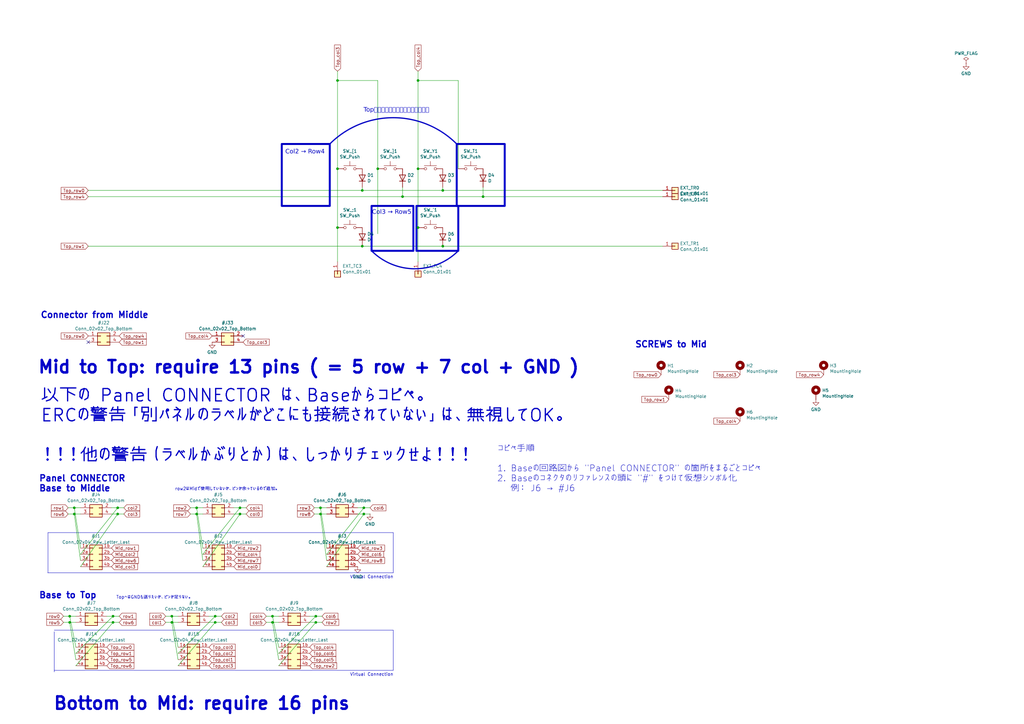
<source format=kicad_sch>
(kicad_sch (version 20231120) (generator "eeschema") (generator_version "8.0")
  (paper "A3")
  (title_block (title "Sandy") (date "2023-01-04") (rev "v.0") (company "@jpskenn"))
  (lib_symbols
    (symbol "Connector_Generic:Conn_01x01" (pin_names (offset 1.016) hide)
      (property "Reference" "J" (at 0 2.54 0))
      (property "Value" "Conn_01x01" (at 0 -2.54 0))
      (symbol "Conn_01x01_1_1"
        (rectangle (start -1.27 0.127) (end 0 -0.127) (stroke (width 0.1524)))
        (rectangle (start -1.27 1.27) (end 1.27 -1.27) (stroke (width 0.254)) (fill (type background)))
        (pin passive line (at -5.08 0 0) (length 3.81) (name "Pin_1") (number "1"))
      )
    )
    (symbol "Connector_Generic:Conn_02x02_Odd_Even" (pin_names (offset 1.016) hide)
      (property "Reference" "J" (at 1.27 2.54 0))
      (property "Value" "Conn_02x02_Odd_Even" (at 1.27 -5.08 0))
      (symbol "Conn_02x02_Odd_Even_1_1"
        (rectangle (start -1.27 -2.413) (end 0 -2.667) (stroke (width 0.1524)))
        (rectangle (start -1.27 0.127) (end 0 -0.127) (stroke (width 0.1524)))
        (rectangle (start -1.27 1.27) (end 3.81 -3.81) (stroke (width 0.254)) (fill (type background)))
        (rectangle (start 3.81 -2.413) (end 2.54 -2.667) (stroke (width 0.1524)))
        (rectangle (start 3.81 0.127) (end 2.54 -0.127) (stroke (width 0.1524)))
        (pin passive line (at -5.08 0 0) (length 3.81) (name "Pin_1") (number "1"))
        (pin passive line (at 7.62 0 180) (length 3.81) (name "Pin_2") (number "2"))
        (pin passive line (at -5.08 -2.54 0) (length 3.81) (name "Pin_3") (number "3"))
        (pin passive line (at 7.62 -2.54 180) (length 3.81) (name "Pin_4") (number "4"))
      )
    )
    (symbol "Connector_Generic:Conn_02x04_Row_Letter_Last" (pin_names (offset 1.016) hide)
      (property "Reference" "J" (at 1.27 5.08 0))
      (property "Value" "Conn_02x04_Row_Letter_Last" (at 1.27 -7.62 0))
      (symbol "Conn_02x04_Row_Letter_Last_1_1"
        (rectangle (start -1.27 -4.953) (end 0 -5.207) (stroke (width 0.1524)))
        (rectangle (start -1.27 -2.413) (end 0 -2.667) (stroke (width 0.1524)))
        (rectangle (start -1.27 0.127) (end 0 -0.127) (stroke (width 0.1524)))
        (rectangle (start -1.27 2.667) (end 0 2.413) (stroke (width 0.1524)))
        (rectangle (start -1.27 3.81) (end 3.81 -6.35) (stroke (width 0.254)) (fill (type background)))
        (rectangle (start 3.81 -4.953) (end 2.54 -5.207) (stroke (width 0.1524)))
        (rectangle (start 3.81 -2.413) (end 2.54 -2.667) (stroke (width 0.1524)))
        (rectangle (start 3.81 0.127) (end 2.54 -0.127) (stroke (width 0.1524)))
        (rectangle (start 3.81 2.667) (end 2.54 2.413) (stroke (width 0.1524)))
        (pin passive line (at -5.08 2.54 0) (length 3.81) (name "Pin_1a") (number "1a"))
        (pin passive line (at 7.62 2.54 180) (length 3.81) (name "Pin_1b") (number "1b"))
        (pin passive line (at -5.08 0 0) (length 3.81) (name "Pin_2a") (number "2a"))
        (pin passive line (at 7.62 0 180) (length 3.81) (name "Pin_2b") (number "2b"))
        (pin passive line (at -5.08 -2.54 0) (length 3.81) (name "Pin_3a") (number "3a"))
        (pin passive line (at 7.62 -2.54 180) (length 3.81) (name "Pin_3b") (number "3b"))
        (pin passive line (at -5.08 -5.08 0) (length 3.81) (name "Pin_4a") (number "4a"))
        (pin passive line (at 7.62 -5.08 180) (length 3.81) (name "Pin_4b") (number "4b"))
      )
    )
    (symbol "Device:D" (pin_numbers hide) (pin_names (offset 1.016) hide)
      (property "Reference" "D" (at 0 2.54 0))
      (property "Value" "D" (at 0 -2.54 0))
      (symbol "D_0_1"
        (polyline (pts (xy -1.27 1.27) (xy -1.27 -1.27)) (stroke (width 0.254)))
        (polyline (pts (xy 1.27 0) (xy -1.27 0)))
        (polyline (pts (xy 1.27 1.27) (xy 1.27 -1.27) (xy -1.27 0) (xy 1.27 1.27)) (stroke (width 0.254)))
      )
      (symbol "D_1_1"
        (pin passive line (at -3.81 0 0) (length 2.54) (name "K") (number "1"))
        (pin passive line (at 3.81 0 180) (length 2.54) (name "A") (number "2"))
      )
    )
    (symbol "GND_1" (power) (pin_numbers hide) (pin_names (offset 0) hide)
      (property "Value" "GND" (at 0 -3.81 0))
      (symbol "GND_1_0_1"
        (polyline (pts (xy 0 0) (xy 0 -1.27) (xy 1.27 -1.27) (xy 0 -2.54) (xy -1.27 -1.27) (xy 0 -1.27)))
      )
      (symbol "GND_1_1_1"
        (pin power_in line (at 0 0 270) (length 0) (name "~") (number "1"))
      )
    )
    (symbol "Mechanical:MountingHole_Pad" (pin_numbers hide) (pin_names (offset 1.016) hide)
      (property "Reference" "H" (at 0 6.35 0))
      (property "Value" "MountingHole_Pad" (at 0 4.445 0))
      (symbol "MountingHole_Pad_0_1"
        (circle (center 0 1.27) (radius 1.27) (stroke (width 1.27)))
      )
      (symbol "MountingHole_Pad_1_1"
        (pin input line (at 0 -2.54 90) (length 2.54) (name "1") (number "1"))
      )
    )
    (symbol "Switch:SW_Push" (pin_numbers hide) (pin_names (offset 1.016) hide)
      (property "Reference" "SW" (at 1.27 2.54 0))
      (property "Value" "SW_Push" (at 0 -1.524 0))
      (symbol "SW_Push_0_1"
        (circle (center -2.032 0) (radius 0.508))
        (polyline (pts (xy 0 1.27) (xy 0 3.048)))
        (polyline (pts (xy 2.54 1.27) (xy -2.54 1.27)))
        (circle (center 2.032 0) (radius 0.508))
        (pin passive line (at -5.08 0 0) (length 2.54) (name "1") (number "1"))
        (pin passive line (at 5.08 0 180) (length 2.54) (name "2") (number "2"))
      )
    )
    (symbol "power:GND" (power) (pin_numbers hide) (pin_names (offset 0) hide)
      (property "Value" "GND" (at 0 -3.81 0))
      (symbol "GND_0_1"
        (polyline (pts (xy 0 0) (xy 0 -1.27) (xy 1.27 -1.27) (xy 0 -2.54) (xy -1.27 -1.27) (xy 0 -1.27)))
      )
      (symbol "GND_1_1"
        (pin power_in line (at 0 0 270) (length 0) (name "~") (number "1"))
      )
    )
    (symbol "power:PWR_FLAG" (power) (pin_numbers hide) (pin_names (offset 0) hide)
      (property "Value" "PWR_FLAG" (at 0 3.81 0))
      (symbol "PWR_FLAG_0_0"
        (pin power_out line (at 0 0 90) (length 0) (name "~") (number "1"))
      )
      (symbol "PWR_FLAG_0_1"
        (polyline (pts (xy 0 0) (xy 0 1.27) (xy -1.016 1.905) (xy 0 2.54) (xy 1.016 1.905) (xy 0 1.27)))
      )
    )
  )
  (bus_alias "def-a" (members "row0" "row5" "col0" "col1"))
  (junction (at 148.59 78.105))
  (junction (at 80.645 210.82))
  (junction (at 165.1 80.645))
  (junction (at 129.54 252.73))
  (junction (at 88.265 255.27))
  (junction (at 46.355 255.27))
  (junction (at 70.485 255.27))
  (junction (at 98.425 208.28))
  (junction (at 46.355 252.73))
  (junction (at 181.61 100.965))
  (junction (at 154.94 69.215))
  (junction (at 28.575 252.73))
  (junction (at 131.445 208.28))
  (junction (at 171.45 69.215))
  (junction (at 138.43 33.02))
  (junction (at 111.76 255.27))
  (junction (at 149.225 210.82))
  (junction (at 28.575 255.27))
  (junction (at 181.61 78.105))
  (junction (at 148.59 100.965))
  (junction (at 88.265 252.73))
  (junction (at 138.43 93.345))
  (junction (at 129.54 255.27))
  (junction (at 30.48 210.82))
  (junction (at 48.26 210.82))
  (junction (at 80.645 208.28))
  (junction (at 171.45 93.345))
  (junction (at 149.225 208.28))
  (junction (at 98.425 210.82))
  (junction (at 70.485 252.73))
  (junction (at 198.12 80.645))
  (junction (at 111.76 252.73))
  (junction (at 131.445 210.82))
  (junction (at 171.45 33.02))
  (junction (at 30.48 208.28))
  (junction (at 48.26 208.28))
  (junction (at 138.43 69.215))
  (no_connect (at 36.195 140.335))
  (no_connect (at 99.695 137.795))
  (wire (pts (xy 36.195 80.645) (xy 165.1 80.645)))
  (wire (pts (xy 28.575 252.73) (xy 31.115 252.73)))
  (wire (pts (xy 26.035 255.27) (xy 28.575 255.27)))
  (wire (pts (xy 109.22 252.73) (xy 111.76 252.73)))
  (polyline (pts (xy 161.29 258.445) (xy 161.29 274.955)))
  (wire (pts (xy 181.61 100.965) (xy 271.78 100.965)))
  (wire (pts (xy 146.685 208.28) (xy 149.225 208.28)))
  (wire (pts (xy 114.3 265.43) (xy 111.76 252.73)))
  (wire (pts (xy 133.985 224.79) (xy 131.445 208.28)))
  (wire (pts (xy 83.185 232.41) (xy 98.425 210.82)))
  (polyline (pts (xy 19.685 218.44) (xy 161.29 218.44)))
  (wire (pts (xy 30.48 208.28) (xy 33.02 208.28)))
  (wire (pts (xy 148.59 78.105) (xy 181.61 78.105)))
  (wire (pts (xy 114.3 273.05) (xy 129.54 255.27)))
  (wire (pts (xy 46.355 252.73) (xy 48.895 252.73)))
  (wire (pts (xy 133.985 227.33) (xy 149.225 208.28)))
  (wire (pts (xy 171.45 29.21) (xy 171.45 33.02)))
  (wire (pts (xy 148.59 76.835) (xy 148.59 78.105)))
  (wire (pts (xy 127 252.73) (xy 129.54 252.73)))
  (wire (pts (xy 48.895 255.27) (xy 46.355 255.27)))
  (wire (pts (xy 95.885 208.28) (xy 98.425 208.28)))
  (wire (pts (xy 36.195 78.105) (xy 148.59 78.105)))
  (wire (pts (xy 138.43 33.02) (xy 138.43 69.215)))
  (wire (pts (xy 31.115 270.51) (xy 28.575 255.27)))
  (wire (pts (xy 154.94 69.215) (xy 154.94 95.885)))
  (wire (pts (xy 154.94 33.02) (xy 154.94 69.215)))
  (wire (pts (xy 73.025 273.05) (xy 88.265 255.27)))
  (wire (pts (xy 133.985 232.41) (xy 149.225 210.82)))
  (wire (pts (xy 181.61 76.835) (xy 181.61 78.105)))
  (wire (pts (xy 90.805 255.27) (xy 88.265 255.27)))
  (wire (pts (xy 165.1 80.645) (xy 198.12 80.645)))
  (wire (pts (xy 78.105 208.28) (xy 80.645 208.28)))
  (wire (pts (xy 27.94 208.28) (xy 30.48 208.28)))
  (wire (pts (xy 30.48 210.82) (xy 33.02 210.82)))
  (wire (pts (xy 138.43 29.21) (xy 138.43 33.02)))
  (wire (pts (xy 78.105 210.82) (xy 80.645 210.82)))
  (wire (pts (xy 73.025 270.51) (xy 70.485 255.27)))
  (wire (pts (xy 181.61 78.105) (xy 271.78 78.105)))
  (wire (pts (xy 33.02 224.79) (xy 30.48 208.28)))
  (wire (pts (xy 149.225 208.28) (xy 151.765 208.28)))
  (wire (pts (xy 114.3 267.97) (xy 129.54 252.73)))
  (polyline (pts (xy 22.225 274.955) (xy 161.29 274.955)))
  (wire (pts (xy 88.265 255.27) (xy 85.725 255.27)))
  (wire (pts (xy 131.445 210.82) (xy 133.985 210.82)))
  (wire (pts (xy 187.96 33.02) (xy 171.45 33.02)))
  (wire (pts (xy 80.645 210.82) (xy 83.185 210.82)))
  (wire (pts (xy 198.12 76.835) (xy 198.12 80.645)))
  (wire (pts (xy 129.54 255.27) (xy 127 255.27)))
  (wire (pts (xy 98.425 210.82) (xy 100.965 210.82)))
  (polyline (pts (xy 161.29 218.44) (xy 161.29 234.95)))
  (wire (pts (xy 129.54 252.73) (xy 132.08 252.73)))
  (wire (pts (xy 70.485 252.73) (xy 73.025 252.73)))
  (polyline (pts (xy 22.225 259.08) (xy 22.225 275.59)))
  (wire (pts (xy 83.185 227.33) (xy 98.425 208.28)))
  (wire (pts (xy 67.945 252.73) (xy 70.485 252.73)))
  (wire (pts (xy 165.1 76.835) (xy 165.1 80.645)))
  (wire (pts (xy 83.185 224.79) (xy 80.645 208.28)))
  (polyline (pts (xy 19.5757 234.95) (xy 161.29 234.95)))
  (wire (pts (xy 128.905 208.28) (xy 131.445 208.28)))
  (wire (pts (xy 138.43 93.345) (xy 138.43 107.315)))
  (wire (pts (xy 70.485 255.27) (xy 73.025 255.27)))
  (wire (pts (xy 67.945 255.27) (xy 70.485 255.27)))
  (wire (pts (xy 48.26 210.82) (xy 50.8 210.82)))
  (wire (pts (xy 45.72 210.82) (xy 48.26 210.82)))
  (wire (pts (xy 171.45 33.02) (xy 171.45 69.215)))
  (wire (pts (xy 154.94 33.02) (xy 138.43 33.02)))
  (wire (pts (xy 138.43 69.215) (xy 138.43 93.345)))
  (wire (pts (xy 31.115 273.05) (xy 46.355 255.27)))
  (wire (pts (xy 149.225 210.82) (xy 151.765 210.82)))
  (wire (pts (xy 33.02 232.41) (xy 48.26 210.82)))
  (wire (pts (xy 187.96 33.02) (xy 187.96 69.215)))
  (wire (pts (xy 73.025 265.43) (xy 70.485 252.73)))
  (wire (pts (xy 26.035 252.73) (xy 28.575 252.73)))
  (wire (pts (xy 31.115 267.97) (xy 46.355 252.73)))
  (wire (pts (xy 128.905 210.82) (xy 131.445 210.82)))
  (wire (pts (xy 114.3 270.51) (xy 111.76 255.27)))
  (wire (pts (xy 146.685 210.82) (xy 149.225 210.82)))
  (wire (pts (xy 33.02 227.33) (xy 48.26 208.28)))
  (wire (pts (xy 43.815 252.73) (xy 46.355 252.73)))
  (wire (pts (xy 131.445 208.28) (xy 133.985 208.28)))
  (wire (pts (xy 198.12 80.645) (xy 271.78 80.645)))
  (polyline (pts (xy 22.225 258.445) (xy 161.29 258.445)))
  (wire (pts (xy 83.185 229.87) (xy 80.645 210.82)))
  (wire (pts (xy 95.885 210.82) (xy 98.425 210.82)))
  (wire (pts (xy 45.72 208.28) (xy 48.26 208.28)))
  (wire (pts (xy 48.26 208.28) (xy 50.8 208.28)))
  (wire (pts (xy 36.195 100.965) (xy 148.59 100.965)))
  (wire (pts (xy 133.985 229.87) (xy 131.445 210.82)))
  (wire (pts (xy 148.59 100.965) (xy 181.61 100.965)))
  (wire (pts (xy 73.025 267.97) (xy 88.265 252.73)))
  (wire (pts (xy 129.54 255.27) (xy 132.08 255.27)))
  (wire (pts (xy 111.76 255.27) (xy 114.3 255.27)))
  (polyline (pts (xy 19.685 218.44) (xy 19.685 234.95)))
  (wire (pts (xy 171.45 93.345) (xy 171.45 107.315)))
  (wire (pts (xy 27.94 210.82) (xy 30.48 210.82)))
  (wire (pts (xy 171.45 69.215) (xy 171.45 93.345)))
  (wire (pts (xy 98.425 208.28) (xy 100.965 208.28)))
  (wire (pts (xy 33.02 229.87) (xy 30.48 210.82)))
  (wire (pts (xy 88.265 252.73) (xy 90.805 252.73)))
  (wire (pts (xy 111.76 252.73) (xy 114.3 252.73)))
  (wire (pts (xy 80.645 208.28) (xy 83.185 208.28)))
  (wire (pts (xy 28.575 255.27) (xy 31.115 255.27)))
  (wire (pts (xy 31.115 265.43) (xy 28.575 252.73)))
  (wire (pts (xy 109.22 255.27) (xy 111.76 255.27)))
  (wire (pts (xy 85.725 252.73) (xy 88.265 252.73)))
  (wire (pts (xy 46.355 255.27) (xy 43.815 255.27)))
  (arc (start 135.255 59.055) (mid 161.29 48.2709) (end 187.325 59.055) (stroke (width 0.5)))
  (rectangle (start 187.325 59.055) (end 207.01 84.455) (stroke (width 0.8)))
  (rectangle (start 170.815 84.455) (end 187.96 102.87) (stroke (width 0.8)))
  (rectangle (start 152.4 84.455) (end 169.545 102.87) (stroke (width 0.8)))
  (rectangle (start 115.57 59.055) (end 135.255 84.455) (stroke (width 0.8)))
  (arc (start 187.96 102.87) (mid 170.18 110.2347) (end 152.4 102.87) (stroke (width 0.5)))
  (text "Col2 → Row4\n" (at 125.095 62.865 0) (effects (font (size 1.8 1.8))))
  (text "Connector from Middle" (at 16.51 130.81 0) (effects (font (size 2.54 2.54) (thickness 0.508) (bold yes)) (justify left bottom)))
  (text "Col3 → Row5" (at 160.655 87.63 0) (effects (font (size 1.8 1.8))))
  (text "SCREWS to Mid" (at 260.35 142.875 0) (effects (font (size 2.54 2.54) (thickness 0.508) (bold yes)) (justify left bottom)))
  (text "Bottom to Mid: require 16 pins\n\nMid to Top: require 13 pins" (at 21.59 307.975 0) (effects (font (size 5.08 5.08) (thickness 1.016) (bold yes)) (justify left bottom)))
  (text "以下の Panel CONNECTOR は、Baseからコピペ。\nERCの警告「別パネルのラベルがどこにも接続されていない」は、無視してOK。\n\n！！！他の警告（ラベルかぶりとか）は、しっかりチェックせよ！！！" (at 16.51 189.865 0) (effects (font (size 5.08 5.08) (thickness 0.508) (bold yes)) (justify left bottom)))
  (text "Panel CONNECTOR\nBase to Middle" (at 15.875 201.93 0) (effects (font (size 2.54 2.54) (thickness 0.508) (bold yes)) (justify left bottom)))
  (text "TopへはGNDも送りたいが、ピンが足りない。" (at 47.625 245.11 0) (effects (font (size 1.27 1.27)) (justify left)))
  (text "row2はMidで使用していないが、ピンが余っているので追加。" (at 71.755 200.66 0) (effects (font (size 1.27 1.27)) (justify left)))
  (text "Topのピン数を減らすため場所を移動" (at 162.56 45.72 0) (effects (font (size 1.8 1.8))))
  (text "Virtual Connection" (at 143.51 277.495 0) (effects (font (size 1.27 1.27)) (justify left bottom)))
  (text "コピペ手順\n\n1. Baseの回路図から \"Panel CONNECTOR\" の箇所をまるごとコピペ\n2. Baseのコネクタのリファレンスの頭に \"#\" をつけて仮想シンボル化\n　　例： J6 → #J6" (at 203.835 201.93 0) (effects (font (size 2.54 2.54)) (justify left bottom)))
  (text "Mid to Top: require 13 pins ( = 5 row + 7 col + GND )" (at 15.24 153.67 0) (effects (font (size 5.08 5.08) (thickness 1.016) (bold yes)) (justify left bottom)))
  (text "Virtual Connection" (at 143.51 237.49 0) (effects (font (size 1.27 1.27)) (justify left bottom)))
  (text "Base to Top" (at 15.875 245.745 0) (effects (font (size 2.54 2.54) (thickness 0.508) (bold yes)) (justify left bottom)))
  (global_label "Top_col3" (shape input) (at 99.695 140.335 0) (property "Intersheetrefs" "${INTERSHEET_REFS}" (effects (hide yes))) (property "シート間のリファレンス" "${INTERSHEET_REFS}" (effects (hide yes))))
  (global_label "col4" (shape input) (at 100.965 208.28 0) (property "Intersheetrefs" "${INTERSHEET_REFS}" (effects (hide yes))) (property "シート間のリファレンス" "${INTERSHEET_REFS}" (effects (hide yes))))
  (global_label "Mid_row8" (shape input) (at 146.685 229.87 0) (property "Intersheetrefs" "${INTERSHEET_REFS}" (effects (hide yes))) (property "シート間のリファレンス" "${INTERSHEET_REFS}" (effects (hide yes))))
  (global_label "col4" (shape input) (at 109.22 252.73 180) (property "Intersheetrefs" "${INTERSHEET_REFS}" (effects (hide yes))) (property "シート間のリファレンス" "${INTERSHEET_REFS}" (effects (hide yes))))
  (global_label "Top_row5" (shape input) (at 43.815 270.51 0) (property "Intersheetrefs" "${INTERSHEET_REFS}" (effects (hide yes))) (property "シート間のリファレンス" "${INTERSHEET_REFS}" (effects (hide yes))))
  (global_label "row0" (shape input) (at 26.035 252.73 180) (property "Intersheetrefs" "${INTERSHEET_REFS}" (effects (hide yes))) (property "シート間のリファレンス" "${INTERSHEET_REFS}" (effects (hide yes))))
  (global_label "Top_col3" (shape input) (at 303.53 153.67 180) (property "Intersheetrefs" "${INTERSHEET_REFS}" (effects (hide yes))) (property "シート間のリファレンス" "${INTERSHEET_REFS}" (effects (hide yes))))
  (global_label "col1" (shape input) (at 67.945 255.27 180) (property "Intersheetrefs" "${INTERSHEET_REFS}" (effects (hide yes))) (property "シート間のリファレンス" "${INTERSHEET_REFS}" (effects (hide yes))))
  (global_label "col6" (shape input) (at 132.08 252.73 0) (property "Intersheetrefs" "${INTERSHEET_REFS}" (effects (hide yes))) (property "シート間のリファレンス" "${INTERSHEET_REFS}" (effects (hide yes))))
  (global_label "row6" (shape input) (at 27.94 210.82 180) (property "Intersheetrefs" "${INTERSHEET_REFS}" (effects (hide yes))) (property "シート間のリファレンス" "${INTERSHEET_REFS}" (effects (hide yes))))
  (global_label "col0" (shape input) (at 67.945 252.73 180) (property "Intersheetrefs" "${INTERSHEET_REFS}" (effects (hide yes))) (property "シート間のリファレンス" "${INTERSHEET_REFS}" (effects (hide yes))))
  (global_label "Top_col0" (shape input) (at 85.725 265.43 0) (property "Intersheetrefs" "${INTERSHEET_REFS}" (effects (hide yes))) (property "シート間のリファレンス" "${INTERSHEET_REFS}" (effects (hide yes))))
  (global_label "col0" (shape input) (at 100.965 210.82 0) (property "Intersheetrefs" "${INTERSHEET_REFS}" (effects (hide yes))) (property "シート間のリファレンス" "${INTERSHEET_REFS}" (effects (hide yes))))
  (global_label "Top_col2" (shape input) (at 85.725 267.97 0) (property "Intersheetrefs" "${INTERSHEET_REFS}" (effects (hide yes))) (property "シート間のリファレンス" "${INTERSHEET_REFS}" (effects (hide yes))))
  (global_label "Top_col4" (shape input) (at 171.45 29.21 90) (property "Intersheetrefs" "${INTERSHEET_REFS}" (effects (hide yes))) (property "シート間のリファレンス" "${INTERSHEET_REFS}" (effects (hide yes))))
  (global_label "Top_row4" (shape input) (at 48.895 137.795 0) (property "Intersheetrefs" "${INTERSHEET_REFS}" (effects (hide yes))) (property "シート間のリファレンス" "${INTERSHEET_REFS}" (effects (hide yes))))
  (global_label "col3" (shape input) (at 90.805 255.27 0) (property "Intersheetrefs" "${INTERSHEET_REFS}" (effects (hide yes))) (property "シート間のリファレンス" "${INTERSHEET_REFS}" (effects (hide yes))))
  (global_label "Mid_row3" (shape input) (at 146.685 224.79 0) (property "Intersheetrefs" "${INTERSHEET_REFS}" (effects (hide yes))) (property "シート間のリファレンス" "${INTERSHEET_REFS}" (effects (hide yes))))
  (global_label "row6" (shape input) (at 48.895 255.27 0) (property "Intersheetrefs" "${INTERSHEET_REFS}" (effects (hide yes))) (property "シート間のリファレンス" "${INTERSHEET_REFS}" (effects (hide yes))))
  (global_label "Top_row2" (shape input) (at 127 273.05 0) (property "Intersheetrefs" "${INTERSHEET_REFS}" (effects (hide yes))) (property "シート間のリファレンス" "${INTERSHEET_REFS}" (effects (hide yes))))
  (global_label "col2" (shape input) (at 50.8 208.28 0) (property "Intersheetrefs" "${INTERSHEET_REFS}" (effects (hide yes))) (property "シート間のリファレンス" "${INTERSHEET_REFS}" (effects (hide yes))))
  (global_label "Top_row0" (shape input) (at 271.145 153.67 180) (property "Intersheetrefs" "${INTERSHEET_REFS}" (effects (hide yes))) (property "シート間のリファレンス" "${INTERSHEET_REFS}" (effects (hide yes))))
  (global_label "Top_col5" (shape input) (at 127 270.51 0) (property "Intersheetrefs" "${INTERSHEET_REFS}" (effects (hide yes))) (property "シート間のリファレンス" "${INTERSHEET_REFS}" (effects (hide yes))))
  (global_label "Mid_row2" (shape input) (at 95.885 224.79 0) (property "Intersheetrefs" "${INTERSHEET_REFS}" (effects (hide yes))) (property "シート間のリファレンス" "${INTERSHEET_REFS}" (effects (hide yes))))
  (global_label "Mid_row7" (shape input) (at 95.885 229.87 0) (property "Intersheetrefs" "${INTERSHEET_REFS}" (effects (hide yes))) (property "シート間のリファレンス" "${INTERSHEET_REFS}" (effects (hide yes))))
  (global_label "Top_row0" (shape input) (at 36.195 78.105 180) (property "Intersheetrefs" "${INTERSHEET_REFS}" (effects (hide yes))) (property "シート間のリファレンス" "${INTERSHEET_REFS}" (effects (hide yes))))
  (global_label "Top_row4" (shape input) (at 337.82 153.67 180) (property "Intersheetrefs" "${INTERSHEET_REFS}" (effects (hide yes))) (property "シート間のリファレンス" "${INTERSHEET_REFS}" (effects (hide yes))))
  (global_label "Top_col4" (shape input) (at 127 265.43 0) (property "Intersheetrefs" "${INTERSHEET_REFS}" (effects (hide yes))) (property "シート間のリファレンス" "${INTERSHEET_REFS}" (effects (hide yes))))
  (global_label "Mid_col2" (shape input) (at 45.72 227.33 0) (property "Intersheetrefs" "${INTERSHEET_REFS}" (effects (hide yes))) (property "シート間のリファレンス" "${INTERSHEET_REFS}" (effects (hide yes))))
  (global_label "row7" (shape input) (at 78.105 210.82 180) (property "Intersheetrefs" "${INTERSHEET_REFS}" (effects (hide yes))) (property "シート間のリファレンス" "${INTERSHEET_REFS}" (effects (hide yes))))
  (global_label "col5" (shape input) (at 109.22 255.27 180) (property "Intersheetrefs" "${INTERSHEET_REFS}" (effects (hide yes))) (property "シート間のリファレンス" "${INTERSHEET_REFS}" (effects (hide yes))))
  (global_label "Mid_row6" (shape input) (at 45.72 229.87 0) (property "Intersheetrefs" "${INTERSHEET_REFS}" (effects (hide yes))) (property "シート間のリファレンス" "${INTERSHEET_REFS}" (effects (hide yes))))
  (global_label "row2" (shape input) (at 132.08 255.27 0) (property "Intersheetrefs" "${INTERSHEET_REFS}" (effects (hide yes))) (property "シート間のリファレンス" "${INTERSHEET_REFS}" (effects (hide yes))))
  (global_label "Top_row6" (shape input) (at 43.815 273.05 0) (property "Intersheetrefs" "${INTERSHEET_REFS}" (effects (hide yes))) (property "シート間のリファレンス" "${INTERSHEET_REFS}" (effects (hide yes))))
  (global_label "Mid_row1" (shape input) (at 45.72 224.79 0) (property "Intersheetrefs" "${INTERSHEET_REFS}" (effects (hide yes))) (property "シート間のリファレンス" "${INTERSHEET_REFS}" (effects (hide yes))))
  (global_label "Mid_col0" (shape input) (at 95.885 232.41 0) (property "Intersheetrefs" "${INTERSHEET_REFS}" (effects (hide yes))) (property "シート間のリファレンス" "${INTERSHEET_REFS}" (effects (hide yes))))
  (global_label "Top_col4" (shape input) (at 303.53 172.72 180) (property "Intersheetrefs" "${INTERSHEET_REFS}" (effects (hide yes))) (property "シート間のリファレンス" "${INTERSHEET_REFS}" (effects (hide yes))))
  (global_label "Top_row0" (shape input) (at 36.195 137.795 180) (property "Intersheetrefs" "${INTERSHEET_REFS}" (effects (hide yes))) (property "シート間のリファレンス" "${INTERSHEET_REFS}" (effects (hide yes))))
  (global_label "Top_col3" (shape input) (at 85.725 273.05 0) (property "Intersheetrefs" "${INTERSHEET_REFS}" (effects (hide yes))) (property "シート間のリファレンス" "${INTERSHEET_REFS}" (effects (hide yes))))
  (global_label "Top_row4" (shape input) (at 36.195 80.645 180) (property "Intersheetrefs" "${INTERSHEET_REFS}" (effects (hide yes))) (property "シート間のリファレンス" "${INTERSHEET_REFS}" (effects (hide yes))))
  (global_label "Top_row1" (shape input) (at 43.815 267.97 0) (property "Intersheetrefs" "${INTERSHEET_REFS}" (effects (hide yes))) (property "シート間のリファレンス" "${INTERSHEET_REFS}" (effects (hide yes))))
  (global_label "col6" (shape input) (at 151.765 208.28 0) (property "Intersheetrefs" "${INTERSHEET_REFS}" (effects (hide yes))) (property "シート間のリファレンス" "${INTERSHEET_REFS}" (effects (hide yes))))
  (global_label "Top_col6" (shape input) (at 127 267.97 0) (property "Intersheetrefs" "${INTERSHEET_REFS}" (effects (hide yes))) (property "シート間のリファレンス" "${INTERSHEET_REFS}" (effects (hide yes))))
  (global_label "row5" (shape input) (at 26.035 255.27 180) (property "Intersheetrefs" "${INTERSHEET_REFS}" (effects (hide yes))) (property "シート間のリファレンス" "${INTERSHEET_REFS}" (effects (hide yes))))
  (global_label "Top_row1" (shape input) (at 48.895 140.335 0) (property "Intersheetrefs" "${INTERSHEET_REFS}" (effects (hide yes))) (property "シート間のリファレンス" "${INTERSHEET_REFS}" (effects (hide yes))))
  (global_label "row8" (shape input) (at 128.905 210.82 180) (property "Intersheetrefs" "${INTERSHEET_REFS}" (effects (hide yes))) (property "シート間のリファレンス" "${INTERSHEET_REFS}" (effects (hide yes))))
  (global_label "row1" (shape input) (at 48.895 252.73 0) (property "Intersheetrefs" "${INTERSHEET_REFS}" (effects (hide yes))) (property "シート間のリファレンス" "${INTERSHEET_REFS}" (effects (hide yes))))
  (global_label "col3" (shape input) (at 50.8 210.82 0) (property "Intersheetrefs" "${INTERSHEET_REFS}" (effects (hide yes))) (property "シート間のリファレンス" "${INTERSHEET_REFS}" (effects (hide yes))))
  (global_label "Top_row1" (shape input) (at 36.195 100.965 180) (property "Intersheetrefs" "${INTERSHEET_REFS}" (effects (hide yes))) (property "シート間のリファレンス" "${INTERSHEET_REFS}" (effects (hide yes))))
  (global_label "Top_row0" (shape input) (at 43.815 265.43 0) (property "Intersheetrefs" "${INTERSHEET_REFS}" (effects (hide yes))) (property "シート間のリファレンス" "${INTERSHEET_REFS}" (effects (hide yes))))
  (global_label "Mid_col6" (shape input) (at 146.685 227.33 0) (property "Intersheetrefs" "${INTERSHEET_REFS}" (effects (hide yes))) (property "シート間のリファレンス" "${INTERSHEET_REFS}" (effects (hide yes))))
  (global_label "Top_col4" (shape input) (at 86.995 137.795 180) (property "Intersheetrefs" "${INTERSHEET_REFS}" (effects (hide yes))) (property "シート間のリファレンス" "${INTERSHEET_REFS}" (effects (hide yes))))
  (global_label "Top_col1" (shape input) (at 85.725 270.51 0) (property "Intersheetrefs" "${INTERSHEET_REFS}" (effects (hide yes))) (property "シート間のリファレンス" "${INTERSHEET_REFS}" (effects (hide yes))))
  (global_label "Mid_col3" (shape input) (at 45.72 232.41 0) (property "Intersheetrefs" "${INTERSHEET_REFS}" (effects (hide yes))) (property "シート間のリファレンス" "${INTERSHEET_REFS}" (effects (hide yes))))
  (global_label "col2" (shape input) (at 90.805 252.73 0) (property "Intersheetrefs" "${INTERSHEET_REFS}" (effects (hide yes))) (property "シート間のリファレンス" "${INTERSHEET_REFS}" (effects (hide yes))))
  (global_label "row3" (shape input) (at 128.905 208.28 180) (property "Intersheetrefs" "${INTERSHEET_REFS}" (effects (hide yes))) (property "シート間のリファレンス" "${INTERSHEET_REFS}" (effects (hide yes))))
  (global_label "Mid_col4" (shape input) (at 95.885 227.33 0) (property "Intersheetrefs" "${INTERSHEET_REFS}" (effects (hide yes))) (property "シート間のリファレンス" "${INTERSHEET_REFS}" (effects (hide yes))))
  (global_label "row2" (shape input) (at 78.105 208.28 180) (property "Intersheetrefs" "${INTERSHEET_REFS}" (effects (hide yes))) (property "シート間のリファレンス" "${INTERSHEET_REFS}" (effects (hide yes))))
  (global_label "Top_col3" (shape input) (at 138.43 29.21 90) (property "Intersheetrefs" "${INTERSHEET_REFS}" (effects (hide yes))) (property "シート間のリファレンス" "${INTERSHEET_REFS}" (effects (hide yes))))
  (global_label "row1" (shape input) (at 27.94 208.28 180) (property "Intersheetrefs" "${INTERSHEET_REFS}" (effects (hide yes))) (property "シート間のリファレンス" "${INTERSHEET_REFS}" (effects (hide yes))))
  (global_label "Top_row1" (shape input) (at 274.32 163.83 180) (property "Intersheetrefs" "${INTERSHEET_REFS}" (effects (hide yes))) (property "シート間のリファレンス" "${INTERSHEET_REFS}" (effects (hide yes))))
  (symbol (lib_id "Connector_Generic:Conn_02x02_Odd_Even") (at 139.065 208.28 0) (unit 1)
    (property "Reference" "#J6" (at 140.335 202.8655 0))
    (property "Value" "Conn_02x02_Top_Bottom" (at 140.335 205.2898 0))
    (property "Footprint" "locallib:JST_SH_SM04B-SRSS-TB_1x04-1MP_P1.00mm_Horizontal_wCable_housing_spare_pin_courtyard" (effects (hide yes)))
    (property "LCSC" "C371510" (effects (hide yes)))
  )
  (symbol (lib_id "Mechanical:MountingHole_Pad") (at 337.82 151.13 0) (unit 1)
    (property "Reference" "H3" (at 340.36 149.9616 0) (effects (justify left)))
    (property "Value" "MountingHole" (at 340.36 152.273 0) (effects (justify left)))
    (property "Footprint" "locallib:MountingHole_1.8-2.2mm_M2_Pad_minimal" (effects (hide yes)))
  )
  (symbol (lib_id "Connector_Generic:Conn_01x01") (at 171.45 112.395 270) (unit 1)
    (property "Reference" "EXT_TC4" (at 173.482 109.1438 90) (effects (justify left)))
    (property "Value" "Conn_01x01" (at 173.482 111.4552 90) (effects (justify left)))
    (property "Footprint" "locallib:TestPoint_THTPad_D2.0mm_Drill1.0mm" (effects (hide yes)))
  )
  (symbol (lib_id "Connector_Generic:Conn_02x02_Odd_Even") (at 78.105 252.73 0) (unit 1)
    (property "Reference" "#J8" (at 79.375 247.3155 0))
    (property "Value" "Conn_02x02_Top_Bottom" (at 79.375 249.7398 0))
    (property "Footprint" "locallib:JST_SH_SM04B-SRSS-TB_1x04-1MP_P1.00mm_Horizontal_wCable_housing_spare_pin_courtyard" (effects (hide yes)))
    (property "LCSC" "C371510" (effects (hide yes)))
  )
  (symbol (lib_id "power:GND") (at 146.685 232.41 0) (unit 1)
    (property "Reference" "#PWR05" (effects (hide yes)))
    (property "Value" "GND" (at 146.685 236.5431 0))
    (property "Description" "Power symbol creates a global label with name \"GND\" , ground" (effects (hide yes)))
  )
  (symbol (lib_id "Mechanical:MountingHole_Pad") (at 271.145 151.13 0) (unit 1)
    (property "Reference" "H1" (at 273.685 149.9616 0) (effects (justify left)))
    (property "Value" "MountingHole" (at 273.685 152.273 0) (effects (justify left)))
    (property "Footprint" "locallib:MountingHole_1.8-2.2mm_M2_Pad_minimal" (effects (hide yes)))
  )
  (symbol (lib_id "Device:D") (at 148.59 73.025 90) (unit 1)
    (property "Reference" "D1" (at 150.622 71.8566 90) (effects (justify right)))
    (property "Value" "D" (at 150.622 74.168 90) (effects (justify right)))
    (property "Footprint" "locallib:D_SOD-123_Emphasized_Direction_Line" (effects (hide yes)))
    (property "LCSC" "C81598" (effects (hide yes)))
    (property "Sim.Device" "D" (effects (hide yes)))
    (property "Sim.Pins" "1=K 2=A" (effects (hide yes)))
  )
  (symbol (lib_id "Mechanical:MountingHole_Pad") (at 303.53 151.13 0) (unit 1)
    (property "Reference" "H2" (at 306.07 149.9616 0) (effects (justify left)))
    (property "Value" "MountingHole" (at 306.07 152.273 0) (effects (justify left)))
    (property "Footprint" "locallib:MountingHole_1.8-2.2mm_M2_Pad_minimal" (effects (hide yes)))
  )
  (symbol (lib_name "GND_1") (lib_id "power:GND") (at 396.24 26.035 0) (unit 1)
    (property "Reference" "#PWR01" (effects (hide yes)))
    (property "Value" "GND" (at 396.24 30.1681 0))
    (property "Description" "Power symbol creates a global label with name \"GND\" , ground" (effects (hide yes)))
  )
  (symbol (lib_id "Switch:SW_Push") (at 176.53 93.345 0) (unit 1)
    (property "Reference" "SW_'1" (at 176.53 86.106 0))
    (property "Value" "SW_Push" (at 176.53 88.4174 0))
    (property "Footprint" "locallib:Kailh_socket_ChocV2" (effects (hide yes)))
  )
  (symbol (lib_id "Switch:SW_Push") (at 143.51 93.345 0) (unit 1)
    (property "Reference" "SW_;1" (at 143.51 86.106 0))
    (property "Value" "SW_Push" (at 143.51 88.4174 0))
    (property "Footprint" "locallib:Kailh_socket_ChocV2_small_#2pad" (effects (hide yes)))
  )
  (symbol (lib_id "Switch:SW_Push") (at 193.04 69.215 0) (unit 1)
    (property "Reference" "SW_T1" (at 193.04 61.976 0))
    (property "Value" "SW_Push" (at 193.04 64.2874 0))
    (property "Footprint" "locallib:Kailh_socket_ChocV2" (effects (hide yes)))
  )
  (symbol (lib_id "Mechanical:MountingHole_Pad") (at 303.53 170.18 0) (unit 1)
    (property "Reference" "H6" (at 306.07 169.0116 0) (effects (justify left)))
    (property "Value" "MountingHole" (at 306.07 171.323 0) (effects (justify left)))
    (property "Footprint" "locallib:MountingHole_1.8-2.2mm_M2_Pad_minimal" (effects (hide yes)))
  )
  (symbol (lib_id "power:GND") (at 151.765 210.82 0) (unit 1)
    (property "Reference" "#PWR02" (effects (hide yes)))
    (property "Value" "GND" (at 151.765 214.9531 0))
    (property "Description" "Power symbol creates a global label with name \"GND\" , ground" (effects (hide yes)))
  )
  (symbol (lib_id "Mechanical:MountingHole_Pad") (at 274.32 161.29 0) (unit 1)
    (property "Reference" "H4" (at 276.86 160.2486 0) (effects (justify left)))
    (property "Value" "MountingHole" (at 276.86 162.56 0) (effects (justify left)))
    (property "Footprint" "locallib:MountingHole_1.8-2.2mm_M2_Pad_minimal" (effects (hide yes)))
  )
  (symbol (lib_id "Connector_Generic:Conn_02x02_Odd_Even") (at 92.075 137.795 0) (unit 1)
    (property "Reference" "#J33" (at 93.345 132.3805 0))
    (property "Value" "Conn_02x02_Top_Bottom" (at 93.345 134.8048 0))
    (property "Footprint" "locallib:JST_SH_SM04B-SRSS-TB_1x04-1MP_P1.00mm_Horizontal_wCable_housing_spare_pin_courtyard" (effects (hide yes)))
    (property "LCSC" "C371510" (effects (hide yes)))
  )
  (symbol (lib_id "Connector_Generic:Conn_02x02_Odd_Even") (at 38.1 208.28 0) (unit 1)
    (property "Reference" "#J4" (at 39.37 202.8655 0))
    (property "Value" "Conn_02x02_Top_Bottom" (at 39.37 205.2898 0))
    (property "Footprint" "locallib:JST_SH_SM04B-SRSS-TB_1x04-1MP_P1.00mm_Horizontal_wCable_housing_spare_pin_courtyard" (effects (hide yes)))
    (property "LCSC" "C371510" (effects (hide yes)))
  )
  (symbol (lib_id "Connector_Generic:Conn_01x01") (at 276.86 78.105 0) (unit 1)
    (property "Reference" "EXT_TR0" (at 278.892 77.0382 0) (effects (justify left)))
    (property "Value" "Conn_01x01" (at 278.892 79.3496 0) (effects (justify left)))
    (property "Footprint" "locallib:TestPoint_THTPad_D2.0mm_Drill1.0mm" (effects (hide yes)))
  )
  (symbol (lib_id "Connector_Generic:Conn_02x02_Odd_Even") (at 36.195 252.73 0) (unit 1)
    (property "Reference" "#J7" (at 37.465 247.3155 0))
    (property "Value" "Conn_02x02_Top_Bottom" (at 37.465 249.7398 0))
    (property "Footprint" "locallib:JST_SH_SM04B-SRSS-TB_1x04-1MP_P1.00mm_Horizontal_wCable_housing_spare_pin_courtyard" (effects (hide yes)))
    (property "LCSC" "C371510" (effects (hide yes)))
  )
  (symbol (lib_id "Switch:SW_Push") (at 176.53 69.215 0) (unit 1)
    (property "Reference" "SW_Y1" (at 176.53 61.976 0))
    (property "Value" "SW_Push" (at 176.53 64.2874 0))
    (property "Footprint" "locallib:Kailh_socket_ChocV2" (effects (hide yes)))
  )
  (symbol (lib_id "power:GND") (at 334.645 163.83 0) (unit 1)
    (property "Reference" "#PWR04" (effects (hide yes)))
    (property "Value" "GND" (at 334.645 167.9631 0))
    (property "Description" "Power symbol creates a global label with name \"GND\" , ground" (effects (hide yes)))
  )
  (symbol (lib_id "Connector_Generic:Conn_02x04_Row_Letter_Last") (at 38.1 227.33 0) (unit 1)
    (property "Reference" "#J1" (at 39.37 219.8202 0))
    (property "Value" "Conn_02x04_Row_Letter_Last" (at 39.37 222.3571 0))
  )
  (symbol (lib_id "Connector_Generic:Conn_02x02_Odd_Even") (at 41.275 137.795 0) (unit 1)
    (property "Reference" "#J22" (at 42.545 132.3805 0))
    (property "Value" "Conn_02x02_Top_Bottom" (at 42.545 134.8048 0))
    (property "Footprint" "locallib:JST_SH_SM04B-SRSS-TB_1x04-1MP_P1.00mm_Horizontal_wCable_housing_spare_pin_courtyard" (effects (hide yes)))
    (property "LCSC" "C371510" (effects (hide yes)))
  )
  (symbol (lib_id "Connector_Generic:Conn_02x02_Odd_Even") (at 119.38 252.73 0) (unit 1)
    (property "Reference" "#J9" (at 120.65 247.3155 0))
    (property "Value" "Conn_02x02_Top_Bottom" (at 120.65 249.7398 0))
    (property "Footprint" "locallib:JST_SH_SM04B-SRSS-TB_1x04-1MP_P1.00mm_Horizontal_wCable_housing_spare_pin_courtyard" (effects (hide yes)))
    (property "LCSC" "C371510" (effects (hide yes)))
  )
  (symbol (lib_id "power:GND") (at 86.995 140.335 0) (unit 1)
    (property "Reference" "#PWR03" (effects (hide yes)))
    (property "Value" "GND" (at 86.995 144.4681 0))
    (property "Description" "Power symbol creates a global label with name \"GND\" , ground" (effects (hide yes)))
  )
  (symbol (lib_id "Connector_Generic:Conn_01x01") (at 276.86 80.645 0) (unit 1)
    (property "Reference" "EXT_TR4" (at 278.892 79.5782 0) (effects (justify left)))
    (property "Value" "Conn_01x01" (at 278.892 81.8896 0) (effects (justify left)))
    (property "Footprint" "locallib:TestPoint_THTPad_D2.0mm_Drill1.0mm" (effects (hide yes)))
  )
  (symbol (lib_id "Device:D") (at 148.59 97.155 90) (unit 1)
    (property "Reference" "D5" (at 150.622 95.9866 90) (effects (justify right)))
    (property "Value" "D" (at 150.622 98.298 90) (effects (justify right)))
    (property "Footprint" "locallib:D_SOD-123_Emphasized_Direction_Line" (effects (hide yes)))
    (property "LCSC" "C81598" (effects (hide yes)))
    (property "Sim.Device" "D" (effects (hide yes)))
    (property "Sim.Pins" "1=K 2=A" (effects (hide yes)))
  )
  (symbol (lib_id "Connector_Generic:Conn_02x04_Row_Letter_Last") (at 36.195 267.97 0) (unit 1)
    (property "Reference" "#J14" (at 37.465 260.0155 0))
    (property "Value" "Conn_02x04_Row_Letter_Last" (at 37.465 262.4398 0))
  )
  (symbol (lib_id "Switch:SW_Push") (at 143.51 69.215 0) (unit 1)
    (property "Reference" "SW_[1" (at 143.51 61.976 0))
    (property "Value" "SW_Push" (at 143.51 64.2874 0))
    (property "Footprint" "locallib:Kailh_socket_ChocV2_small_#2pad" (effects (hide yes)))
  )
  (symbol (lib_id "Connector_Generic:Conn_02x02_Odd_Even") (at 88.265 208.28 0) (unit 1)
    (property "Reference" "#J5" (at 89.535 202.8655 0))
    (property "Value" "Conn_02x02_Top_Bottom" (at 89.535 205.2898 0))
    (property "Footprint" "locallib:JST_SH_SM04B-SRSS-TB_1x04-1MP_P1.00mm_Horizontal_wCable_housing_spare_pin_courtyard" (effects (hide yes)))
    (property "LCSC" "C371510" (effects (hide yes)))
  )
  (symbol (lib_id "Device:D") (at 181.61 97.155 90) (unit 1)
    (property "Reference" "D6" (at 183.642 95.9866 90) (effects (justify right)))
    (property "Value" "D" (at 183.642 98.298 90) (effects (justify right)))
    (property "Footprint" "locallib:D_SOD-123_Emphasized_Direction_Line" (effects (hide yes)))
    (property "LCSC" "C81598" (effects (hide yes)))
    (property "Sim.Device" "D" (effects (hide yes)))
    (property "Sim.Pins" "1=K 2=A" (effects (hide yes)))
  )
  (symbol (lib_id "Device:D") (at 198.12 73.025 90) (unit 1)
    (property "Reference" "D4" (at 200.152 71.8566 90) (effects (justify right)))
    (property "Value" "D" (at 200.152 74.168 90) (effects (justify right)))
    (property "Footprint" "locallib:D_SOD-123_Emphasized_Direction_Line" (effects (hide yes)))
    (property "LCSC" "C81598" (effects (hide yes)))
    (property "Sim.Device" "D" (effects (hide yes)))
    (property "Sim.Pins" "1=K 2=A" (effects (hide yes)))
  )
  (symbol (lib_id "Connector_Generic:Conn_02x04_Row_Letter_Last") (at 139.065 227.33 0) (unit 1)
    (property "Reference" "#J3" (at 140.335 219.8202 0))
    (property "Value" "Conn_02x04_Row_Letter_Last" (at 140.335 222.3571 0))
  )
  (symbol (lib_id "Mechanical:MountingHole_Pad") (at 334.645 161.29 0) (unit 1)
    (property "Reference" "H5" (at 337.185 160.1216 0) (effects (justify left)))
    (property "Value" "MountingHole" (at 337.185 162.433 0) (effects (justify left)))
    (property "Footprint" "locallib:MountingHole_1.8-2.2mm_M2_Pad_minimal" (effects (hide yes)))
  )
  (symbol (lib_id "Connector_Generic:Conn_02x04_Row_Letter_Last") (at 78.105 267.97 0) (unit 1)
    (property "Reference" "#J15" (at 79.375 260.0155 0))
    (property "Value" "Conn_02x04_Row_Letter_Last" (at 79.375 262.4398 0))
  )
  (symbol (lib_id "Connector_Generic:Conn_02x04_Row_Letter_Last") (at 119.38 267.97 0) (unit 1)
    (property "Reference" "#J16" (at 120.65 260.0155 0))
    (property "Value" "Conn_02x04_Row_Letter_Last" (at 120.65 262.4398 0))
  )
  (symbol (lib_id "Connector_Generic:Conn_02x04_Row_Letter_Last") (at 88.265 227.33 0) (unit 1)
    (property "Reference" "#J2" (at 89.535 219.8202 0))
    (property "Value" "Conn_02x04_Row_Letter_Last" (at 89.535 222.3571 0))
  )
  (symbol (lib_id "power:PWR_FLAG") (at 396.24 26.035 0) (unit 1)
    (property "Reference" "#FLG01" (effects (hide yes)))
    (property "Value" "PWR_FLAG" (at 396.24 21.9019 0))
    (property "Description" "Special symbol for telling ERC where power comes from" (effects (hide yes)))
  )
  (symbol (lib_id "Switch:SW_Push") (at 160.02 69.215 0) (unit 1)
    (property "Reference" "SW_]1" (at 160.02 61.976 0))
    (property "Value" "SW_Push" (at 160.02 64.2874 0))
    (property "Footprint" "locallib:Kailh_socket_ChocV2" (effects (hide yes)))
  )
  (symbol (lib_id "Device:D") (at 165.1 73.025 90) (unit 1)
    (property "Reference" "D2" (at 167.132 71.8566 90) (effects (justify right)))
    (property "Value" "D" (at 167.132 74.168 90) (effects (justify right)))
    (property "Footprint" "locallib:D_SOD-123_Emphasized_Direction_Line" (effects (hide yes)))
    (property "LCSC" "C81598" (effects (hide yes)))
    (property "Sim.Device" "D" (effects (hide yes)))
    (property "Sim.Pins" "1=K 2=A" (effects (hide yes)))
  )
  (symbol (lib_id "Connector_Generic:Conn_01x01") (at 138.43 112.395 270) (unit 1)
    (property "Reference" "EXT_TC3" (at 140.462 109.1438 90) (effects (justify left)))
    (property "Value" "Conn_01x01" (at 140.462 111.4552 90) (effects (justify left)))
    (property "Footprint" "locallib:TestPoint_THTPad_D2.0mm_Drill1.0mm" (effects (hide yes)))
  )
  (symbol (lib_id "Connector_Generic:Conn_01x01") (at 276.86 100.965 0) (unit 1)
    (property "Reference" "EXT_TR1" (at 278.892 99.8982 0) (effects (justify left)))
    (property "Value" "Conn_01x01" (at 278.892 102.2096 0) (effects (justify left)))
    (property "Footprint" "locallib:TestPoint_THTPad_D2.0mm_Drill1.0mm" (effects (hide yes)))
  )
  (symbol (lib_id "Device:D") (at 181.61 73.025 90) (unit 1)
    (property "Reference" "D3" (at 183.642 71.8566 90) (effects (justify right)))
    (property "Value" "D" (at 183.642 74.168 90) (effects (justify right)))
    (property "Footprint" "locallib:D_SOD-123_Emphasized_Direction_Line" (effects (hide yes)))
    (property "LCSC" "C81598" (effects (hide yes)))
    (property "Sim.Device" "D" (effects (hide yes)))
    (property "Sim.Pins" "1=K 2=A" (effects (hide yes)))
  )
)
</source>
